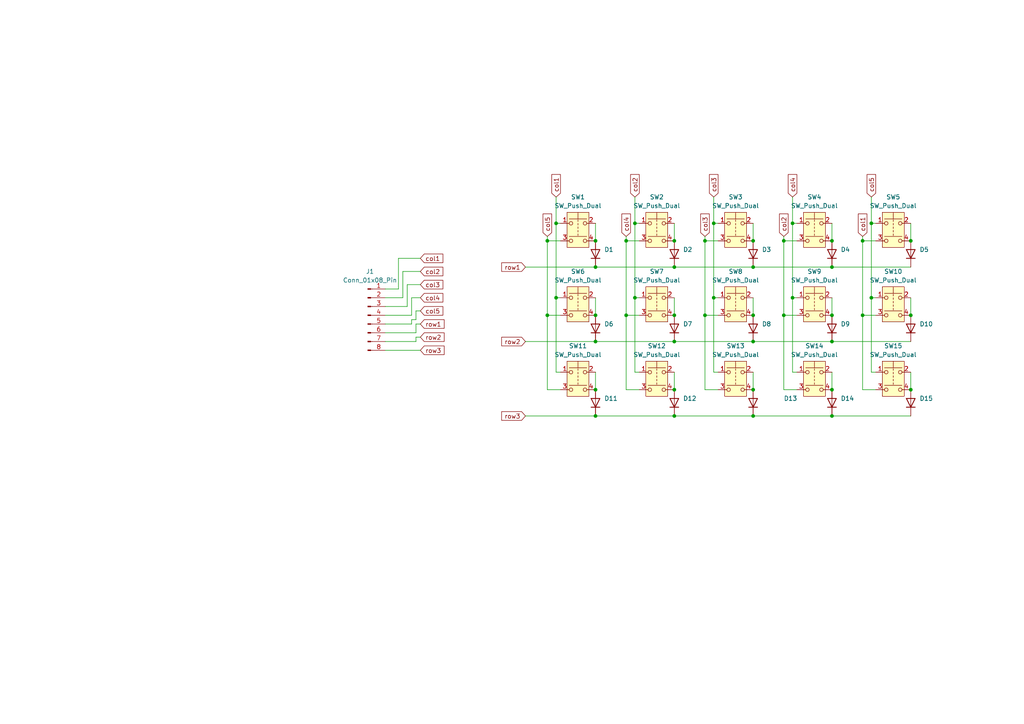
<source format=kicad_sch>
(kicad_sch (version 20250114) (generator "eeschema") (generator_version "9.0")
  (paper "A4")
  (lib_symbols
    (symbol "Connector:Conn_01x08_Pin" (pin_names (offset 1.016) (hide yes))
      (property "Reference" "J" (at 0 10.16 0))
      (property "Value" "Conn_01x08_Pin" (at 0 -12.7 0))
      (symbol "Conn_01x08_Pin_1_1"
        (rectangle (start 0.8636 7.747) (end 0 7.493) (stroke (width 0.1524)) (fill (type outline)))
        (rectangle (start 0.8636 5.207) (end 0 4.953) (stroke (width 0.1524)) (fill (type outline)))
        (rectangle (start 0.8636 2.667) (end 0 2.413) (stroke (width 0.1524)) (fill (type outline)))
        (rectangle (start 0.8636 0.127) (end 0 -0.127) (stroke (width 0.1524)) (fill (type outline)))
        (rectangle (start 0.8636 -2.413) (end 0 -2.667) (stroke (width 0.1524)) (fill (type outline)))
        (rectangle (start 0.8636 -4.953) (end 0 -5.207) (stroke (width 0.1524)) (fill (type outline)))
        (rectangle (start 0.8636 -7.493) (end 0 -7.747) (stroke (width 0.1524)) (fill (type outline)))
        (rectangle (start 0.8636 -10.033) (end 0 -10.287) (stroke (width 0.1524)) (fill (type outline)))
        (polyline (pts (xy 1.27 7.62) (xy 0.8636 7.62)) (stroke (width 0.1524)))
        (polyline (pts (xy 1.27 5.08) (xy 0.8636 5.08)) (stroke (width 0.1524)))
        (polyline (pts (xy 1.27 2.54) (xy 0.8636 2.54)) (stroke (width 0.1524)))
        (polyline (pts (xy 1.27 0) (xy 0.8636 0)) (stroke (width 0.1524)))
        (polyline (pts (xy 1.27 -2.54) (xy 0.8636 -2.54)) (stroke (width 0.1524)))
        (polyline (pts (xy 1.27 -5.08) (xy 0.8636 -5.08)) (stroke (width 0.1524)))
        (polyline (pts (xy 1.27 -7.62) (xy 0.8636 -7.62)) (stroke (width 0.1524)))
        (polyline (pts (xy 1.27 -10.16) (xy 0.8636 -10.16)) (stroke (width 0.1524)))
        (pin passive line (at 5.08 7.62 180) (length 3.81) (name "Pin_1") (number "1"))
        (pin passive line (at 5.08 5.08 180) (length 3.81) (name "Pin_2") (number "2"))
        (pin passive line (at 5.08 2.54 180) (length 3.81) (name "Pin_3") (number "3"))
        (pin passive line (at 5.08 0 180) (length 3.81) (name "Pin_4") (number "4"))
        (pin passive line (at 5.08 -2.54 180) (length 3.81) (name "Pin_5") (number "5"))
        (pin passive line (at 5.08 -5.08 180) (length 3.81) (name "Pin_6") (number "6"))
        (pin passive line (at 5.08 -7.62 180) (length 3.81) (name "Pin_7") (number "7"))
        (pin passive line (at 5.08 -10.16 180) (length 3.81) (name "Pin_8") (number "8"))
      )
    )
    (symbol "Diode:1N4148" (pin_numbers (hide yes)) (pin_names (hide yes))
      (property "Reference" "D" (at 0 2.54 0))
      (property "Value" "1N4148" (at 0 -2.54 0))
      (symbol "1N4148_0_1"
        (polyline (pts (xy -1.27 1.27) (xy -1.27 -1.27)) (stroke (width 0.254)))
        (polyline (pts (xy 1.27 1.27) (xy 1.27 -1.27) (xy -1.27 0) (xy 1.27 1.27)) (stroke (width 0.254)))
        (polyline (pts (xy 1.27 0) (xy -1.27 0)))
      )
      (symbol "1N4148_1_1"
        (pin passive line (at -3.81 0 0) (length 2.54) (name "K") (number "1"))
        (pin passive line (at 3.81 0 180) (length 2.54) (name "A") (number "2"))
      )
    )
    (symbol "Switch:SW_Push_Dual" (pin_names (offset 1.016) (hide yes))
      (property "Reference" "SW" (at 0 7.62 0))
      (property "Value" "SW_Push_Dual" (at 0 -6.35 0))
      (symbol "SW_Push_Dual_0_1"
        (circle (center -2.032 2.54) (radius 0.508))
        (circle (center -2.032 -2.54) (radius 0.508))
        (polyline (pts (xy 0 3.81) (xy 0 5.588)))
        (polyline (pts (xy 0 3.048) (xy 0 3.556)))
        (polyline (pts (xy 0 2.032) (xy 0 2.54)))
        (polyline (pts (xy 0 1.016) (xy 0 1.524)))
        (polyline (pts (xy 0 0.508) (xy 0 0)))
        (polyline (pts (xy 0 -0.508) (xy 0 -1.016)))
        (circle (center 2.032 2.54) (radius 0.508))
        (circle (center 2.032 -2.54) (radius 0.508))
        (polyline (pts (xy 2.54 3.81) (xy -2.54 3.81)))
        (polyline (pts (xy 2.54 -1.27) (xy -2.54 -1.27)))
        (pin passive line (at -5.08 2.54 0) (length 2.54) (name "1") (number "1"))
        (pin passive line (at -5.08 -2.54 0) (length 2.54) (name "3") (number "3"))
        (pin passive line (at 5.08 2.54 180) (length 2.54) (name "2") (number "2"))
        (pin passive line (at 5.08 -2.54 180) (length 2.54) (name "4") (number "4"))
      )
      (symbol "SW_Push_Dual_1_1"
        (rectangle (start -3.175 5.715) (end 3.175 -4.445) (fill (type background)))
      )
    )
  )
  (junction (at 184.15 86.36))
  (junction (at 172.72 69.85))
  (junction (at 250.19 69.85))
  (junction (at 158.75 69.85))
  (junction (at 218.44 77.47))
  (junction (at 229.87 64.77))
  (junction (at 218.44 113.03))
  (junction (at 227.33 69.85))
  (junction (at 218.44 99.06))
  (junction (at 241.3 99.06))
  (junction (at 172.72 91.44))
  (junction (at 195.58 120.65))
  (junction (at 172.72 120.65))
  (junction (at 158.75 91.44))
  (junction (at 195.58 77.47))
  (junction (at 195.58 91.44))
  (junction (at 252.73 64.77))
  (junction (at 218.44 91.44))
  (junction (at 172.72 113.03))
  (junction (at 207.01 64.77))
  (junction (at 207.01 86.36))
  (junction (at 172.72 77.47))
  (junction (at 181.61 91.44))
  (junction (at 204.47 91.44))
  (junction (at 161.29 64.77))
  (junction (at 218.44 120.65))
  (junction (at 184.15 64.77))
  (junction (at 264.16 91.44))
  (junction (at 250.19 91.44))
  (junction (at 227.33 91.44))
  (junction (at 195.58 69.85))
  (junction (at 161.29 86.36))
  (junction (at 252.73 86.36))
  (junction (at 218.44 69.85))
  (junction (at 181.61 69.85))
  (junction (at 241.3 113.03))
  (junction (at 264.16 113.03))
  (junction (at 241.3 91.44))
  (junction (at 204.47 69.85))
  (junction (at 264.16 69.85))
  (junction (at 241.3 69.85))
  (junction (at 195.58 99.06))
  (junction (at 241.3 120.65))
  (junction (at 229.87 86.36))
  (junction (at 195.58 113.03))
  (junction (at 172.72 99.06))
  (junction (at 241.3 77.47))
  (wire (pts (xy 161.29 57.15) (xy 161.29 64.77)))
  (wire (pts (xy 241.3 86.36) (xy 241.3 91.44)))
  (wire (pts (xy 207.01 107.95) (xy 207.01 86.36)))
  (wire (pts (xy 162.56 91.44) (xy 158.75 91.44)))
  (wire (pts (xy 185.42 64.77) (xy 184.15 64.77)))
  (wire (pts (xy 152.4 77.47) (xy 172.72 77.47)))
  (wire (pts (xy 231.14 91.44) (xy 227.33 91.44)))
  (wire (pts (xy 208.28 107.95) (xy 207.01 107.95)))
  (wire (pts (xy 181.61 91.44) (xy 181.61 69.85)))
  (wire (pts (xy 181.61 113.03) (xy 181.61 91.44)))
  (wire (pts (xy 195.58 77.47) (xy 218.44 77.47)))
  (wire (pts (xy 185.42 113.03) (xy 181.61 113.03)))
  (wire (pts (xy 218.44 107.95) (xy 218.44 113.03)))
  (wire (pts (xy 229.87 86.36) (xy 229.87 64.77)))
  (wire (pts (xy 120.65 90.17) (xy 120.65 92.71)))
  (wire (pts (xy 250.19 91.44) (xy 250.19 69.85)))
  (wire (pts (xy 254 113.03) (xy 250.19 113.03)))
  (wire (pts (xy 184.15 86.36) (xy 184.15 107.95)))
  (wire (pts (xy 231.14 107.95) (xy 229.87 107.95)))
  (wire (pts (xy 208.28 86.36) (xy 207.01 86.36)))
  (wire (pts (xy 121.92 74.93) (xy 115.57 74.93)))
  (wire (pts (xy 184.15 64.77) (xy 184.15 86.36)))
  (wire (pts (xy 254 86.36) (xy 252.73 86.36)))
  (wire (pts (xy 195.58 99.06) (xy 218.44 99.06)))
  (wire (pts (xy 116.84 78.74) (xy 116.84 86.36)))
  (wire (pts (xy 264.16 86.36) (xy 264.16 91.44)))
  (wire (pts (xy 185.42 86.36) (xy 184.15 86.36)))
  (wire (pts (xy 227.33 113.03) (xy 227.33 91.44)))
  (wire (pts (xy 162.56 113.03) (xy 158.75 113.03)))
  (wire (pts (xy 229.87 64.77) (xy 229.87 57.15)))
  (wire (pts (xy 195.58 120.65) (xy 218.44 120.65)))
  (wire (pts (xy 227.33 69.85) (xy 227.33 68.58)))
  (wire (pts (xy 172.72 99.06) (xy 195.58 99.06)))
  (wire (pts (xy 241.3 77.47) (xy 264.16 77.47)))
  (wire (pts (xy 172.72 64.77) (xy 172.72 69.85)))
  (wire (pts (xy 162.56 107.95) (xy 161.29 107.95)))
  (wire (pts (xy 120.65 99.06) (xy 111.76 99.06)))
  (wire (pts (xy 254 69.85) (xy 250.19 69.85)))
  (wire (pts (xy 120.65 93.98) (xy 120.65 96.52)))
  (wire (pts (xy 254 107.95) (xy 252.73 107.95)))
  (wire (pts (xy 152.4 120.65) (xy 172.72 120.65)))
  (wire (pts (xy 204.47 91.44) (xy 204.47 69.85)))
  (wire (pts (xy 208.28 64.77) (xy 207.01 64.77)))
  (wire (pts (xy 121.92 90.17) (xy 120.65 90.17)))
  (wire (pts (xy 119.38 86.36) (xy 119.38 91.44)))
  (wire (pts (xy 204.47 113.03) (xy 204.47 91.44)))
  (wire (pts (xy 218.44 120.65) (xy 241.3 120.65)))
  (wire (pts (xy 252.73 107.95) (xy 252.73 86.36)))
  (wire (pts (xy 172.72 77.47) (xy 195.58 77.47)))
  (wire (pts (xy 120.65 92.71) (xy 119.38 92.71)))
  (wire (pts (xy 231.14 86.36) (xy 229.87 86.36)))
  (wire (pts (xy 161.29 64.77) (xy 162.56 64.77)))
  (wire (pts (xy 158.75 68.58) (xy 158.75 69.85)))
  (wire (pts (xy 185.42 91.44) (xy 181.61 91.44)))
  (wire (pts (xy 184.15 64.77) (xy 184.15 57.15)))
  (wire (pts (xy 116.84 86.36) (xy 111.76 86.36)))
  (wire (pts (xy 158.75 69.85) (xy 162.56 69.85)))
  (wire (pts (xy 119.38 91.44) (xy 111.76 91.44)))
  (wire (pts (xy 185.42 107.95) (xy 184.15 107.95)))
  (wire (pts (xy 111.76 101.6) (xy 121.92 101.6)))
  (wire (pts (xy 252.73 64.77) (xy 252.73 86.36)))
  (wire (pts (xy 241.3 120.65) (xy 264.16 120.65)))
  (wire (pts (xy 218.44 99.06) (xy 241.3 99.06)))
  (wire (pts (xy 208.28 69.85) (xy 204.47 69.85)))
  (wire (pts (xy 207.01 64.77) (xy 207.01 57.15)))
  (wire (pts (xy 218.44 64.77) (xy 218.44 69.85)))
  (wire (pts (xy 172.72 86.36) (xy 172.72 91.44)))
  (wire (pts (xy 158.75 91.44) (xy 158.75 69.85)))
  (wire (pts (xy 264.16 107.95) (xy 264.16 113.03)))
  (wire (pts (xy 172.72 120.65) (xy 195.58 120.65)))
  (wire (pts (xy 204.47 69.85) (xy 204.47 68.58)))
  (wire (pts (xy 195.58 86.36) (xy 195.58 91.44)))
  (wire (pts (xy 118.11 82.55) (xy 118.11 88.9)))
  (wire (pts (xy 254 91.44) (xy 250.19 91.44)))
  (wire (pts (xy 250.19 113.03) (xy 250.19 91.44)))
  (wire (pts (xy 264.16 64.77) (xy 264.16 69.85)))
  (wire (pts (xy 208.28 91.44) (xy 204.47 91.44)))
  (wire (pts (xy 229.87 107.95) (xy 229.87 86.36)))
  (wire (pts (xy 241.3 99.06) (xy 264.16 99.06)))
  (wire (pts (xy 172.72 107.95) (xy 172.72 113.03)))
  (wire (pts (xy 185.42 69.85) (xy 181.61 69.85)))
  (wire (pts (xy 227.33 91.44) (xy 227.33 69.85)))
  (wire (pts (xy 158.75 113.03) (xy 158.75 91.44)))
  (wire (pts (xy 161.29 64.77) (xy 161.29 86.36)))
  (wire (pts (xy 181.61 69.85) (xy 181.61 68.58)))
  (wire (pts (xy 121.92 93.98) (xy 120.65 93.98)))
  (wire (pts (xy 195.58 64.77) (xy 195.58 69.85)))
  (wire (pts (xy 208.28 113.03) (xy 204.47 113.03)))
  (wire (pts (xy 250.19 69.85) (xy 250.19 68.58)))
  (wire (pts (xy 252.73 64.77) (xy 252.73 57.15)))
  (wire (pts (xy 120.65 96.52) (xy 111.76 96.52)))
  (wire (pts (xy 121.92 97.79) (xy 120.65 97.79)))
  (wire (pts (xy 218.44 77.47) (xy 241.3 77.47)))
  (wire (pts (xy 231.14 113.03) (xy 227.33 113.03)))
  (wire (pts (xy 118.11 88.9) (xy 111.76 88.9)))
  (wire (pts (xy 162.56 86.36) (xy 161.29 86.36)))
  (wire (pts (xy 115.57 74.93) (xy 115.57 83.82)))
  (wire (pts (xy 241.3 107.95) (xy 241.3 113.03)))
  (wire (pts (xy 231.14 64.77) (xy 229.87 64.77)))
  (wire (pts (xy 121.92 82.55) (xy 118.11 82.55)))
  (wire (pts (xy 120.65 97.79) (xy 120.65 99.06)))
  (wire (pts (xy 121.92 78.74) (xy 116.84 78.74)))
  (wire (pts (xy 119.38 92.71) (xy 119.38 93.98)))
  (wire (pts (xy 115.57 83.82) (xy 111.76 83.82)))
  (wire (pts (xy 254 64.77) (xy 252.73 64.77)))
  (wire (pts (xy 195.58 107.95) (xy 195.58 113.03)))
  (wire (pts (xy 207.01 86.36) (xy 207.01 64.77)))
  (wire (pts (xy 121.92 86.36) (xy 119.38 86.36)))
  (wire (pts (xy 218.44 86.36) (xy 218.44 91.44)))
  (wire (pts (xy 241.3 64.77) (xy 241.3 69.85)))
  (wire (pts (xy 119.38 93.98) (xy 111.76 93.98)))
  (wire (pts (xy 152.4 99.06) (xy 172.72 99.06)))
  (wire (pts (xy 231.14 69.85) (xy 227.33 69.85)))
  (wire (pts (xy 161.29 86.36) (xy 161.29 107.95)))
  (global_label "col5" (shape input) (at 158.75 68.58 90) (property "Intersheetrefs" "${INTERSHEET_REFS}" (effects (hide yes))))
  (global_label "col5" (shape input) (at 252.73 57.15 90) (property "Intersheetrefs" "${INTERSHEET_REFS}" (effects (hide yes))))
  (global_label "col1" (shape input) (at 250.19 68.58 90) (property "Intersheetrefs" "${INTERSHEET_REFS}" (effects (hide yes))))
  (global_label "col4" (shape input) (at 229.87 57.15 90) (property "Intersheetrefs" "${INTERSHEET_REFS}" (effects (hide yes))))
  (global_label "row2" (shape input) (at 121.92 97.79 0) (property "Intersheetrefs" "${INTERSHEET_REFS}" (effects (hide yes))))
  (global_label "col2" (shape input) (at 121.92 78.74 0) (property "Intersheetrefs" "${INTERSHEET_REFS}" (effects (hide yes))))
  (global_label "col1" (shape input) (at 161.29 57.15 90) (property "Intersheetrefs" "${INTERSHEET_REFS}" (effects (hide yes))))
  (global_label "col4" (shape input) (at 121.92 86.36 0) (property "Intersheetrefs" "${INTERSHEET_REFS}" (effects (hide yes))))
  (global_label "row3" (shape input) (at 152.4 120.65 180) (property "Intersheetrefs" "${INTERSHEET_REFS}" (effects (hide yes))))
  (global_label "col3" (shape input) (at 121.92 82.55 0) (property "Intersheetrefs" "${INTERSHEET_REFS}" (effects (hide yes))))
  (global_label "col2" (shape input) (at 184.15 57.15 90) (property "Intersheetrefs" "${INTERSHEET_REFS}" (effects (hide yes))))
  (global_label "col4" (shape input) (at 181.61 68.58 90) (property "Intersheetrefs" "${INTERSHEET_REFS}" (effects (hide yes))))
  (global_label "row2" (shape input) (at 152.4 99.06 180) (property "Intersheetrefs" "${INTERSHEET_REFS}" (effects (hide yes))))
  (global_label "col2" (shape input) (at 227.33 68.58 90) (property "Intersheetrefs" "${INTERSHEET_REFS}" (effects (hide yes))))
  (global_label "col3" (shape input) (at 207.01 57.15 90) (property "Intersheetrefs" "${INTERSHEET_REFS}" (effects (hide yes))))
  (global_label "row3" (shape input) (at 121.92 101.6 0) (property "Intersheetrefs" "${INTERSHEET_REFS}" (effects (hide yes))))
  (global_label "col5" (shape input) (at 121.92 90.17 0) (property "Intersheetrefs" "${INTERSHEET_REFS}" (effects (hide yes))))
  (global_label "col1" (shape input) (at 121.92 74.93 0) (property "Intersheetrefs" "${INTERSHEET_REFS}" (effects (hide yes))))
  (global_label "row1" (shape input) (at 152.4 77.47 180) (property "Intersheetrefs" "${INTERSHEET_REFS}" (effects (hide yes))))
  (global_label "col3" (shape input) (at 204.47 68.58 90) (property "Intersheetrefs" "${INTERSHEET_REFS}" (effects (hide yes))))
  (global_label "row1" (shape input) (at 121.92 93.98 0) (property "Intersheetrefs" "${INTERSHEET_REFS}" (effects (hide yes))))
  (symbol (lib_id "Diode:1N4148") (at 241.3 73.66 90) (unit 1)
    (property "Reference" "D4" (at 243.84 72.3899 90) (effects (justify right)))
    (property "Value" "1N4148" (effects (hide yes)))
    (property "Footprint" "TestingSplitKb:D_DO-35_SOD27_P7.62mm_Horizontal_BothSides" (effects (hide yes)))
    (property "Datasheet" "https://assets.nexperia.com/documents/data-sheet/1N4148_1N4448.pdf" (effects (hide yes)))
    (property "Description" "100V 0.15A standard switching diode, DO-35" (effects (hide yes)))
    (property "Sim.Device" "D" (effects (hide yes)))
    (property "Sim.Pins" "1=K 2=A" (effects (hide yes)))
  )
  (symbol (lib_id "Diode:1N4148") (at 195.58 116.84 90) (unit 1)
    (property "Reference" "D12" (at 198.12 115.5699 90) (effects (justify right)))
    (property "Value" "1N4148" (effects (hide yes)))
    (property "Footprint" "TestingSplitKb:D_DO-35_SOD27_P7.62mm_Horizontal_BothSides" (effects (hide yes)))
    (property "Datasheet" "https://assets.nexperia.com/documents/data-sheet/1N4148_1N4448.pdf" (effects (hide yes)))
    (property "Description" "100V 0.15A standard switching diode, DO-35" (effects (hide yes)))
    (property "Sim.Device" "D" (effects (hide yes)))
    (property "Sim.Pins" "1=K 2=A" (effects (hide yes)))
  )
  (symbol (lib_id "Diode:1N4148") (at 241.3 95.25 90) (unit 1)
    (property "Reference" "D9" (at 243.84 93.9799 90) (effects (justify right)))
    (property "Value" "1N4148" (effects (hide yes)))
    (property "Footprint" "TestingSplitKb:D_DO-35_SOD27_P7.62mm_Horizontal_BothSides" (effects (hide yes)))
    (property "Datasheet" "https://assets.nexperia.com/documents/data-sheet/1N4148_1N4448.pdf" (effects (hide yes)))
    (property "Description" "100V 0.15A standard switching diode, DO-35" (effects (hide yes)))
    (property "Sim.Device" "D" (effects (hide yes)))
    (property "Sim.Pins" "1=K 2=A" (effects (hide yes)))
  )
  (symbol (lib_id "Diode:1N4148") (at 195.58 73.66 90) (unit 1)
    (property "Reference" "D2" (at 198.12 72.3899 90) (effects (justify right)))
    (property "Value" "1N4148" (effects (hide yes)))
    (property "Footprint" "TestingSplitKb:D_DO-35_SOD27_P7.62mm_Horizontal_BothSides" (effects (hide yes)))
    (property "Datasheet" "https://assets.nexperia.com/documents/data-sheet/1N4148_1N4448.pdf" (effects (hide yes)))
    (property "Description" "100V 0.15A standard switching diode, DO-35" (effects (hide yes)))
    (property "Sim.Device" "D" (effects (hide yes)))
    (property "Sim.Pins" "1=K 2=A" (effects (hide yes)))
  )
  (symbol (lib_id "Connector:Conn_01x08_Pin") (at 106.68 91.44 0) (unit 1)
    (property "Reference" "J1" (at 107.315 78.74 0))
    (property "Value" "Conn_01x08_Pin" (at 107.315 81.28 0))
    (property "Footprint" "Connector_PinHeader_2.54mm:PinHeader_1x08_P2.54mm_Vertical" (effects (hide yes)))
    (property "Description" "Generic connector, single row, 01x08, script generated" (effects (hide yes)))
  )
  (symbol (lib_id "Switch:SW_Push_Dual") (at 259.08 110.49 0) (unit 1)
    (property "Reference" "SW15" (at 259.08 100.33 0))
    (property "Value" "SW_Push_Dual" (at 259.08 102.87 0))
    (property "Footprint" "TestingSplitKb:Kailh_socket_MX_reversible" (effects (hide yes)))
    (property "Description" "Push button switch, generic, symbol, four pins" (effects (hide yes)))
  )
  (symbol (lib_id "Switch:SW_Push_Dual") (at 167.64 67.31 0) (unit 1)
    (property "Reference" "SW1" (at 167.64 57.15 0))
    (property "Value" "SW_Push_Dual" (at 167.64 59.69 0))
    (property "Footprint" "TestingSplitKb:Kailh_socket_MX_reversible" (effects (hide yes)))
    (property "Description" "Push button switch, generic, symbol, four pins" (effects (hide yes)))
  )
  (symbol (lib_id "Diode:1N4148") (at 218.44 116.84 90) (unit 1)
    (property "Reference" "D13" (at 227.33 115.5699 90) (effects (justify right)))
    (property "Value" "1N4148" (effects (hide yes)))
    (property "Footprint" "TestingSplitKb:D_DO-35_SOD27_P7.62mm_Horizontal_BothSides" (effects (hide yes)))
    (property "Datasheet" "https://assets.nexperia.com/documents/data-sheet/1N4148_1N4448.pdf" (effects (hide yes)))
    (property "Description" "100V 0.15A standard switching diode, DO-35" (effects (hide yes)))
    (property "Sim.Device" "D" (effects (hide yes)))
    (property "Sim.Pins" "1=K 2=A" (effects (hide yes)))
  )
  (symbol (lib_id "Switch:SW_Push_Dual") (at 259.08 67.31 0) (unit 1)
    (property "Reference" "SW5" (at 259.08 57.15 0))
    (property "Value" "SW_Push_Dual" (at 259.08 59.69 0))
    (property "Footprint" "TestingSplitKb:Kailh_socket_MX_reversible" (effects (hide yes)))
    (property "Description" "Push button switch, generic, symbol, four pins" (effects (hide yes)))
  )
  (symbol (lib_id "Diode:1N4148") (at 218.44 95.25 90) (unit 1)
    (property "Reference" "D8" (at 220.98 93.9799 90) (effects (justify right)))
    (property "Value" "1N4148" (effects (hide yes)))
    (property "Footprint" "TestingSplitKb:D_DO-35_SOD27_P7.62mm_Horizontal_BothSides" (effects (hide yes)))
    (property "Datasheet" "https://assets.nexperia.com/documents/data-sheet/1N4148_1N4448.pdf" (effects (hide yes)))
    (property "Description" "100V 0.15A standard switching diode, DO-35" (effects (hide yes)))
    (property "Sim.Device" "D" (effects (hide yes)))
    (property "Sim.Pins" "1=K 2=A" (effects (hide yes)))
  )
  (symbol (lib_id "Diode:1N4148") (at 195.58 95.25 90) (unit 1)
    (property "Reference" "D7" (at 198.12 93.9799 90) (effects (justify right)))
    (property "Value" "1N4148" (effects (hide yes)))
    (property "Footprint" "TestingSplitKb:D_DO-35_SOD27_P7.62mm_Horizontal_BothSides" (effects (hide yes)))
    (property "Datasheet" "https://assets.nexperia.com/documents/data-sheet/1N4148_1N4448.pdf" (effects (hide yes)))
    (property "Description" "100V 0.15A standard switching diode, DO-35" (effects (hide yes)))
    (property "Sim.Device" "D" (effects (hide yes)))
    (property "Sim.Pins" "1=K 2=A" (effects (hide yes)))
  )
  (symbol (lib_id "Switch:SW_Push_Dual") (at 213.36 88.9 0) (unit 1)
    (property "Reference" "SW8" (at 213.36 78.74 0))
    (property "Value" "SW_Push_Dual" (at 213.36 81.28 0))
    (property "Footprint" "TestingSplitKb:Kailh_socket_MX_reversible" (effects (hide yes)))
    (property "Description" "Push button switch, generic, symbol, four pins" (effects (hide yes)))
  )
  (symbol (lib_id "Diode:1N4148") (at 264.16 116.84 90) (unit 1)
    (property "Reference" "D15" (at 266.7 115.5699 90) (effects (justify right)))
    (property "Value" "1N4148" (effects (hide yes)))
    (property "Footprint" "TestingSplitKb:D_DO-35_SOD27_P7.62mm_Horizontal_BothSides" (effects (hide yes)))
    (property "Datasheet" "https://assets.nexperia.com/documents/data-sheet/1N4148_1N4448.pdf" (effects (hide yes)))
    (property "Description" "100V 0.15A standard switching diode, DO-35" (effects (hide yes)))
    (property "Sim.Device" "D" (effects (hide yes)))
    (property "Sim.Pins" "1=K 2=A" (effects (hide yes)))
  )
  (symbol (lib_id "Diode:1N4148") (at 172.72 95.25 90) (unit 1)
    (property "Reference" "D6" (at 175.26 93.9799 90) (effects (justify right)))
    (property "Value" "1N4148" (effects (hide yes)))
    (property "Footprint" "TestingSplitKb:D_DO-35_SOD27_P7.62mm_Horizontal_BothSides" (effects (hide yes)))
    (property "Datasheet" "https://assets.nexperia.com/documents/data-sheet/1N4148_1N4448.pdf" (effects (hide yes)))
    (property "Description" "100V 0.15A standard switching diode, DO-35" (effects (hide yes)))
    (property "Sim.Device" "D" (effects (hide yes)))
    (property "Sim.Pins" "1=K 2=A" (effects (hide yes)))
  )
  (symbol (lib_id "Switch:SW_Push_Dual") (at 213.36 110.49 0) (unit 1)
    (property "Reference" "SW13" (at 213.36 100.33 0))
    (property "Value" "SW_Push_Dual" (at 213.36 102.87 0))
    (property "Footprint" "TestingSplitKb:Kailh_socket_MX_reversible" (effects (hide yes)))
    (property "Description" "Push button switch, generic, symbol, four pins" (effects (hide yes)))
  )
  (symbol (lib_id "Switch:SW_Push_Dual") (at 236.22 88.9 0) (unit 1)
    (property "Reference" "SW9" (at 236.22 78.74 0))
    (property "Value" "SW_Push_Dual" (at 236.22 81.28 0))
    (property "Footprint" "TestingSplitKb:Kailh_socket_MX_reversible" (effects (hide yes)))
    (property "Description" "Push button switch, generic, symbol, four pins" (effects (hide yes)))
  )
  (symbol (lib_id "Switch:SW_Push_Dual") (at 167.64 88.9 0) (unit 1)
    (property "Reference" "SW6" (at 167.64 78.74 0))
    (property "Value" "SW_Push_Dual" (at 167.64 81.28 0))
    (property "Footprint" "TestingSplitKb:Kailh_socket_MX_reversible" (effects (hide yes)))
    (property "Description" "Push button switch, generic, symbol, four pins" (effects (hide yes)))
  )
  (symbol (lib_id "Diode:1N4148") (at 264.16 73.66 90) (unit 1)
    (property "Reference" "D5" (at 266.7 72.3899 90) (effects (justify right)))
    (property "Value" "1N4148" (effects (hide yes)))
    (property "Footprint" "TestingSplitKb:D_DO-35_SOD27_P7.62mm_Horizontal_BothSides" (effects (hide yes)))
    (property "Datasheet" "https://assets.nexperia.com/documents/data-sheet/1N4148_1N4448.pdf" (effects (hide yes)))
    (property "Description" "100V 0.15A standard switching diode, DO-35" (effects (hide yes)))
    (property "Sim.Device" "D" (effects (hide yes)))
    (property "Sim.Pins" "1=K 2=A" (effects (hide yes)))
  )
  (symbol (lib_id "Switch:SW_Push_Dual") (at 190.5 88.9 0) (unit 1)
    (property "Reference" "SW7" (at 190.5 78.74 0))
    (property "Value" "SW_Push_Dual" (at 190.5 81.28 0))
    (property "Footprint" "TestingSplitKb:Kailh_socket_MX_reversible" (effects (hide yes)))
    (property "Description" "Push button switch, generic, symbol, four pins" (effects (hide yes)))
  )
  (symbol (lib_id "Diode:1N4148") (at 264.16 95.25 90) (unit 1)
    (property "Reference" "D10" (at 266.7 93.9799 90) (effects (justify right)))
    (property "Value" "1N4148" (effects (hide yes)))
    (property "Footprint" "TestingSplitKb:D_DO-35_SOD27_P7.62mm_Horizontal_BothSides" (effects (hide yes)))
    (property "Datasheet" "https://assets.nexperia.com/documents/data-sheet/1N4148_1N4448.pdf" (effects (hide yes)))
    (property "Description" "100V 0.15A standard switching diode, DO-35" (effects (hide yes)))
    (property "Sim.Device" "D" (effects (hide yes)))
    (property "Sim.Pins" "1=K 2=A" (effects (hide yes)))
  )
  (symbol (lib_id "Diode:1N4148") (at 218.44 73.66 90) (unit 1)
    (property "Reference" "D3" (at 220.98 72.3899 90) (effects (justify right)))
    (property "Value" "1N4148" (effects (hide yes)))
    (property "Footprint" "TestingSplitKb:D_DO-35_SOD27_P7.62mm_Horizontal_BothSides" (effects (hide yes)))
    (property "Datasheet" "https://assets.nexperia.com/documents/data-sheet/1N4148_1N4448.pdf" (effects (hide yes)))
    (property "Description" "100V 0.15A standard switching diode, DO-35" (effects (hide yes)))
    (property "Sim.Device" "D" (effects (hide yes)))
    (property "Sim.Pins" "1=K 2=A" (effects (hide yes)))
  )
  (symbol (lib_id "Diode:1N4148") (at 172.72 73.66 90) (unit 1)
    (property "Reference" "D1" (at 175.26 72.3899 90) (effects (justify right)))
    (property "Value" "1N4148" (effects (hide yes)))
    (property "Footprint" "TestingSplitKb:D_DO-35_SOD27_P7.62mm_Horizontal_BothSides" (effects (hide yes)))
    (property "Datasheet" "https://assets.nexperia.com/documents/data-sheet/1N4148_1N4448.pdf" (effects (hide yes)))
    (property "Description" "100V 0.15A standard switching diode, DO-35" (effects (hide yes)))
    (property "Sim.Device" "D" (effects (hide yes)))
    (property "Sim.Pins" "1=K 2=A" (effects (hide yes)))
  )
  (symbol (lib_id "Switch:SW_Push_Dual") (at 190.5 67.31 0) (unit 1)
    (property "Reference" "SW2" (at 190.5 57.15 0))
    (property "Value" "SW_Push_Dual" (at 190.5 59.69 0))
    (property "Footprint" "TestingSplitKb:Kailh_socket_MX_reversible" (effects (hide yes)))
    (property "Description" "Push button switch, generic, symbol, four pins" (effects (hide yes)))
  )
  (symbol (lib_id "Switch:SW_Push_Dual") (at 236.22 67.31 0) (unit 1)
    (property "Reference" "SW4" (at 236.22 57.15 0))
    (property "Value" "SW_Push_Dual" (at 236.22 59.69 0))
    (property "Footprint" "TestingSplitKb:Kailh_socket_MX_reversible" (effects (hide yes)))
    (property "Description" "Push button switch, generic, symbol, four pins" (effects (hide yes)))
  )
  (symbol (lib_id "Diode:1N4148") (at 172.72 116.84 90) (unit 1)
    (property "Reference" "D11" (at 175.26 115.5699 90) (effects (justify right)))
    (property "Value" "1N4148" (effects (hide yes)))
    (property "Footprint" "TestingSplitKb:D_DO-35_SOD27_P7.62mm_Horizontal_BothSides" (effects (hide yes)))
    (property "Datasheet" "https://assets.nexperia.com/documents/data-sheet/1N4148_1N4448.pdf" (effects (hide yes)))
    (property "Description" "100V 0.15A standard switching diode, DO-35" (effects (hide yes)))
    (property "Sim.Device" "D" (effects (hide yes)))
    (property "Sim.Pins" "1=K 2=A" (effects (hide yes)))
  )
  (symbol (lib_id "Switch:SW_Push_Dual") (at 167.64 110.49 0) (unit 1)
    (property "Reference" "SW11" (at 167.64 100.33 0))
    (property "Value" "SW_Push_Dual" (at 167.64 102.87 0))
    (property "Footprint" "TestingSplitKb:Kailh_socket_MX_reversible" (effects (hide yes)))
    (property "Description" "Push button switch, generic, symbol, four pins" (effects (hide yes)))
  )
  (symbol (lib_id "Switch:SW_Push_Dual") (at 213.36 67.31 0) (unit 1)
    (property "Reference" "SW3" (at 213.36 57.15 0))
    (property "Value" "SW_Push_Dual" (at 213.36 59.69 0))
    (property "Footprint" "TestingSplitKb:Kailh_socket_MX_reversible" (effects (hide yes)))
    (property "Description" "Push button switch, generic, symbol, four pins" (effects (hide yes)))
  )
  (symbol (lib_id "Switch:SW_Push_Dual") (at 259.08 88.9 0) (unit 1)
    (property "Reference" "SW10" (at 259.08 78.74 0))
    (property "Value" "SW_Push_Dual" (at 259.08 81.28 0))
    (property "Footprint" "TestingSplitKb:Kailh_socket_MX_reversible" (effects (hide yes)))
    (property "Description" "Push button switch, generic, symbol, four pins" (effects (hide yes)))
  )
  (symbol (lib_id "Switch:SW_Push_Dual") (at 190.5 110.49 0) (unit 1)
    (property "Reference" "SW12" (at 190.5 100.33 0))
    (property "Value" "SW_Push_Dual" (at 190.5 102.87 0))
    (property "Footprint" "TestingSplitKb:Kailh_socket_MX_reversible" (effects (hide yes)))
    (property "Description" "Push button switch, generic, symbol, four pins" (effects (hide yes)))
  )
  (symbol (lib_id "Diode:1N4148") (at 241.3 116.84 90) (unit 1)
    (property "Reference" "D14" (at 243.84 115.5699 90) (effects (justify right)))
    (property "Value" "1N4148" (effects (hide yes)))
    (property "Footprint" "TestingSplitKb:D_DO-35_SOD27_P7.62mm_Horizontal_BothSides" (effects (hide yes)))
    (property "Datasheet" "https://assets.nexperia.com/documents/data-sheet/1N4148_1N4448.pdf" (effects (hide yes)))
    (property "Description" "100V 0.15A standard switching diode, DO-35" (effects (hide yes)))
    (property "Sim.Device" "D" (effects (hide yes)))
    (property "Sim.Pins" "1=K 2=A" (effects (hide yes)))
  )
  (symbol (lib_id "Switch:SW_Push_Dual") (at 236.22 110.49 0) (unit 1)
    (property "Reference" "SW14" (at 236.22 100.33 0))
    (property "Value" "SW_Push_Dual" (at 236.22 102.87 0))
    (property "Footprint" "TestingSplitKb:Kailh_socket_MX_reversible" (effects (hide yes)))
    (property "Description" "Push button switch, generic, symbol, four pins" (effects (hide yes)))
  )
)
</source>
